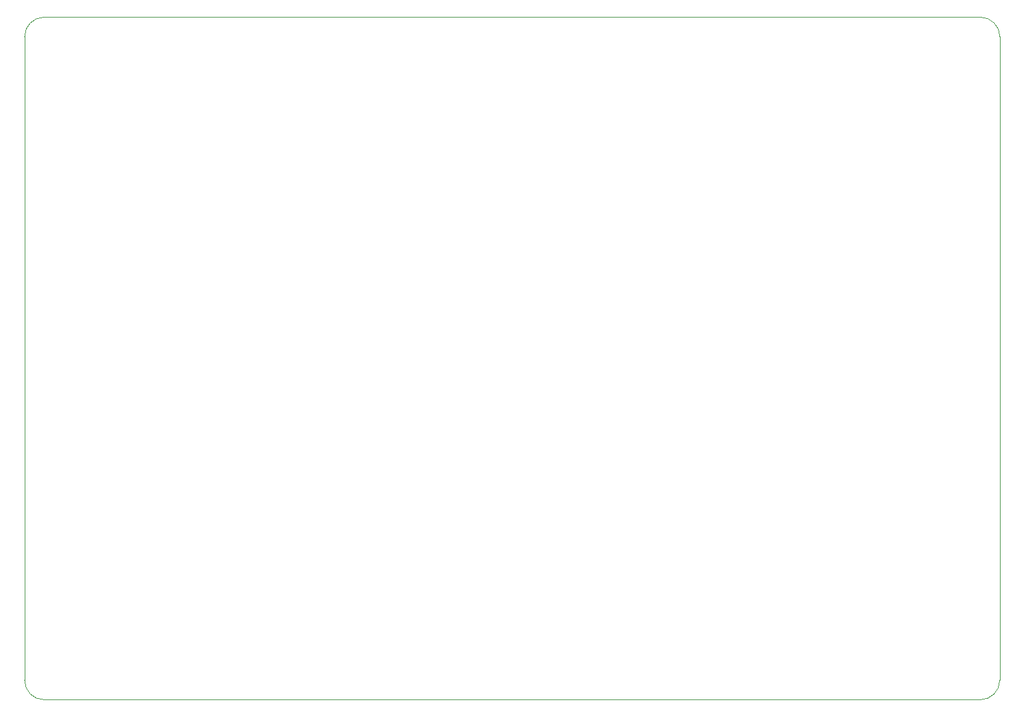
<source format=gbr>
%TF.GenerationSoftware,KiCad,Pcbnew,(5.1.7)-1*%
%TF.CreationDate,2021-04-26T16:00:27-05:00*%
%TF.ProjectId,PID Demo Board,50494420-4465-46d6-9f20-426f6172642e,1.0*%
%TF.SameCoordinates,Original*%
%TF.FileFunction,Profile,NP*%
%FSLAX46Y46*%
G04 Gerber Fmt 4.6, Leading zero omitted, Abs format (unit mm)*
G04 Created by KiCad (PCBNEW (5.1.7)-1) date 2021-04-26 16:00:27*
%MOMM*%
%LPD*%
G01*
G04 APERTURE LIST*
%TA.AperFunction,Profile*%
%ADD10C,0.050000*%
%TD*%
G04 APERTURE END LIST*
D10*
X76200000Y-78740000D02*
G75*
G02*
X78740000Y-76200000I2540000J0D01*
G01*
X78740000Y-165100000D02*
G75*
G02*
X76200000Y-162560000I0J2540000D01*
G01*
X203200000Y-162560000D02*
G75*
G02*
X200660000Y-165100000I-2540000J0D01*
G01*
X200660000Y-76200000D02*
G75*
G02*
X203200000Y-78740000I0J-2540000D01*
G01*
X203200000Y-162560000D02*
X203200000Y-78740000D01*
X78740000Y-165100000D02*
X200660000Y-165100000D01*
X76200000Y-78740000D02*
X76200000Y-162560000D01*
X200660000Y-76200000D02*
X78740000Y-76200000D01*
M02*

</source>
